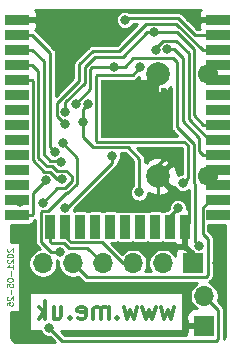
<source format=gbr>
%TF.GenerationSoftware,KiCad,Pcbnew,(5.1.9-0-10_14)*%
%TF.CreationDate,2021-05-27T14:30:28+01:00*%
%TF.ProjectId,Battery,42617474-6572-4792-9e6b-696361645f70,4*%
%TF.SameCoordinates,Original*%
%TF.FileFunction,Copper,L2,Bot*%
%TF.FilePolarity,Positive*%
%FSLAX46Y46*%
G04 Gerber Fmt 4.6, Leading zero omitted, Abs format (unit mm)*
G04 Created by KiCad (PCBNEW (5.1.9-0-10_14)) date 2021-05-27 14:30:28*
%MOMM*%
%LPD*%
G01*
G04 APERTURE LIST*
%TA.AperFunction,NonConductor*%
%ADD10C,0.080000*%
%TD*%
%TA.AperFunction,NonConductor*%
%ADD11C,0.300000*%
%TD*%
%TA.AperFunction,SMDPad,CuDef*%
%ADD12R,2.000000X0.900000*%
%TD*%
%TA.AperFunction,SMDPad,CuDef*%
%ADD13R,0.900000X2.000000*%
%TD*%
%TA.AperFunction,SMDPad,CuDef*%
%ADD14R,5.000000X5.000000*%
%TD*%
%TA.AperFunction,ComponentPad*%
%ADD15O,1.700000X1.700000*%
%TD*%
%TA.AperFunction,ComponentPad*%
%ADD16R,1.700000X1.700000*%
%TD*%
%TA.AperFunction,ComponentPad*%
%ADD17C,0.350000*%
%TD*%
%TA.AperFunction,ComponentPad*%
%ADD18C,1.700000*%
%TD*%
%TA.AperFunction,ComponentPad*%
%ADD19C,2.000000*%
%TD*%
%TA.AperFunction,ComponentPad*%
%ADD20C,0.600000*%
%TD*%
%TA.AperFunction,ViaPad*%
%ADD21C,0.800000*%
%TD*%
%TA.AperFunction,Conductor*%
%ADD22C,0.250000*%
%TD*%
%TA.AperFunction,Conductor*%
%ADD23C,0.500000*%
%TD*%
%TA.AperFunction,Conductor*%
%ADD24C,0.254000*%
%TD*%
%TA.AperFunction,Conductor*%
%ADD25C,0.100000*%
%TD*%
G04 APERTURE END LIST*
D10*
X117375809Y-119237428D02*
X117352000Y-119261238D01*
X117328190Y-119308857D01*
X117328190Y-119427904D01*
X117352000Y-119475523D01*
X117375809Y-119499333D01*
X117423428Y-119523142D01*
X117471047Y-119523142D01*
X117542476Y-119499333D01*
X117828190Y-119213619D01*
X117828190Y-119523142D01*
X117328190Y-119832666D02*
X117328190Y-119880285D01*
X117352000Y-119927904D01*
X117375809Y-119951714D01*
X117423428Y-119975523D01*
X117518666Y-119999333D01*
X117637714Y-119999333D01*
X117732952Y-119975523D01*
X117780571Y-119951714D01*
X117804380Y-119927904D01*
X117828190Y-119880285D01*
X117828190Y-119832666D01*
X117804380Y-119785047D01*
X117780571Y-119761238D01*
X117732952Y-119737428D01*
X117637714Y-119713619D01*
X117518666Y-119713619D01*
X117423428Y-119737428D01*
X117375809Y-119761238D01*
X117352000Y-119785047D01*
X117328190Y-119832666D01*
X117375809Y-120189809D02*
X117352000Y-120213619D01*
X117328190Y-120261238D01*
X117328190Y-120380285D01*
X117352000Y-120427904D01*
X117375809Y-120451714D01*
X117423428Y-120475523D01*
X117471047Y-120475523D01*
X117542476Y-120451714D01*
X117828190Y-120166000D01*
X117828190Y-120475523D01*
X117828190Y-120951714D02*
X117828190Y-120666000D01*
X117828190Y-120808857D02*
X117328190Y-120808857D01*
X117399619Y-120761238D01*
X117447238Y-120713619D01*
X117471047Y-120666000D01*
X117637714Y-121166000D02*
X117637714Y-121546952D01*
X117328190Y-121880285D02*
X117328190Y-121927904D01*
X117352000Y-121975523D01*
X117375809Y-121999333D01*
X117423428Y-122023142D01*
X117518666Y-122046952D01*
X117637714Y-122046952D01*
X117732952Y-122023142D01*
X117780571Y-121999333D01*
X117804380Y-121975523D01*
X117828190Y-121927904D01*
X117828190Y-121880285D01*
X117804380Y-121832666D01*
X117780571Y-121808857D01*
X117732952Y-121785047D01*
X117637714Y-121761238D01*
X117518666Y-121761238D01*
X117423428Y-121785047D01*
X117375809Y-121808857D01*
X117352000Y-121832666D01*
X117328190Y-121880285D01*
X117328190Y-122499333D02*
X117328190Y-122261238D01*
X117566285Y-122237428D01*
X117542476Y-122261238D01*
X117518666Y-122308857D01*
X117518666Y-122427904D01*
X117542476Y-122475523D01*
X117566285Y-122499333D01*
X117613904Y-122523142D01*
X117732952Y-122523142D01*
X117780571Y-122499333D01*
X117804380Y-122475523D01*
X117828190Y-122427904D01*
X117828190Y-122308857D01*
X117804380Y-122261238D01*
X117780571Y-122237428D01*
X117637714Y-122737428D02*
X117637714Y-123118380D01*
X117375809Y-123332666D02*
X117352000Y-123356476D01*
X117328190Y-123404095D01*
X117328190Y-123523142D01*
X117352000Y-123570761D01*
X117375809Y-123594571D01*
X117423428Y-123618380D01*
X117471047Y-123618380D01*
X117542476Y-123594571D01*
X117828190Y-123308857D01*
X117828190Y-123618380D01*
X117328190Y-124070761D02*
X117328190Y-123832666D01*
X117566285Y-123808857D01*
X117542476Y-123832666D01*
X117518666Y-123880285D01*
X117518666Y-123999333D01*
X117542476Y-124046952D01*
X117566285Y-124070761D01*
X117613904Y-124094571D01*
X117732952Y-124094571D01*
X117780571Y-124070761D01*
X117804380Y-124046952D01*
X117828190Y-123999333D01*
X117828190Y-123880285D01*
X117804380Y-123832666D01*
X117780571Y-123808857D01*
D11*
X131485714Y-124178571D02*
X131200000Y-125178571D01*
X130914285Y-124464285D01*
X130628571Y-125178571D01*
X130342857Y-124178571D01*
X129914285Y-124178571D02*
X129628571Y-125178571D01*
X129342857Y-124464285D01*
X129057142Y-125178571D01*
X128771428Y-124178571D01*
X128342857Y-124178571D02*
X128057142Y-125178571D01*
X127771428Y-124464285D01*
X127485714Y-125178571D01*
X127200000Y-124178571D01*
X126628571Y-125035714D02*
X126557142Y-125107142D01*
X126628571Y-125178571D01*
X126700000Y-125107142D01*
X126628571Y-125035714D01*
X126628571Y-125178571D01*
X125914285Y-125178571D02*
X125914285Y-124178571D01*
X125914285Y-124321428D02*
X125842857Y-124250000D01*
X125700000Y-124178571D01*
X125485714Y-124178571D01*
X125342857Y-124250000D01*
X125271428Y-124392857D01*
X125271428Y-125178571D01*
X125271428Y-124392857D02*
X125200000Y-124250000D01*
X125057142Y-124178571D01*
X124842857Y-124178571D01*
X124700000Y-124250000D01*
X124628571Y-124392857D01*
X124628571Y-125178571D01*
X123342857Y-125107142D02*
X123485714Y-125178571D01*
X123771428Y-125178571D01*
X123914285Y-125107142D01*
X123985714Y-124964285D01*
X123985714Y-124392857D01*
X123914285Y-124250000D01*
X123771428Y-124178571D01*
X123485714Y-124178571D01*
X123342857Y-124250000D01*
X123271428Y-124392857D01*
X123271428Y-124535714D01*
X123985714Y-124678571D01*
X122628571Y-125035714D02*
X122557142Y-125107142D01*
X122628571Y-125178571D01*
X122700000Y-125107142D01*
X122628571Y-125035714D01*
X122628571Y-125178571D01*
X121271428Y-124178571D02*
X121271428Y-125178571D01*
X121914285Y-124178571D02*
X121914285Y-124964285D01*
X121842857Y-125107142D01*
X121700000Y-125178571D01*
X121485714Y-125178571D01*
X121342857Y-125107142D01*
X121271428Y-125035714D01*
X120557142Y-125178571D02*
X120557142Y-123678571D01*
X120414285Y-124607142D02*
X119985714Y-125178571D01*
X119985714Y-124178571D02*
X120557142Y-124750000D01*
D12*
%TO.P,U1,38*%
%TO.N,GND*%
X118200000Y-99895000D03*
%TO.P,U1,37*%
%TO.N,CHARGER*%
X118200000Y-101165000D03*
%TO.P,U1,36*%
%TO.N,USB*%
X118200000Y-102435000D03*
%TO.P,U1,35*%
%TO.N,O*%
X118200000Y-103705000D03*
%TO.P,U1,34*%
%TO.N,I*%
X118200000Y-104975000D03*
%TO.P,U1,33*%
%TO.N,Net-(U1-Pad33)*%
X118200000Y-106245000D03*
%TO.P,U1,32*%
%TO.N,Net-(U1-Pad32)*%
X118200000Y-107515000D03*
%TO.P,U1,31*%
%TO.N,Net-(U1-Pad31)*%
X118200000Y-108785000D03*
%TO.P,U1,30*%
%TO.N,Net-(U1-Pad30)*%
X118200000Y-110055000D03*
%TO.P,U1,29*%
%TO.N,Net-(U1-Pad29)*%
X118200000Y-111325000D03*
%TO.P,U1,28*%
%TO.N,Net-(U1-Pad28)*%
X118200000Y-112595000D03*
%TO.P,U1,27*%
%TO.N,Net-(U1-Pad27)*%
X118200000Y-113865000D03*
%TO.P,U1,26*%
%TO.N,IO5*%
X118200000Y-115135000D03*
%TO.P,U1,25*%
%TO.N,Net-(Q1-Pad4)*%
X118200000Y-116405000D03*
D13*
%TO.P,U1,24*%
%TO.N,IO3*%
X120985000Y-117405000D03*
%TO.P,U1,23*%
%TO.N,IO2*%
X122255000Y-117405000D03*
%TO.P,U1,22*%
%TO.N,Net-(U1-Pad22)*%
X123525000Y-117405000D03*
%TO.P,U1,21*%
%TO.N,Net-(U1-Pad21)*%
X124795000Y-117405000D03*
%TO.P,U1,20*%
%TO.N,Net-(U1-Pad20)*%
X126065000Y-117405000D03*
%TO.P,U1,19*%
%TO.N,Net-(U1-Pad19)*%
X127335000Y-117405000D03*
%TO.P,U1,18*%
%TO.N,Net-(U1-Pad18)*%
X128605000Y-117405000D03*
%TO.P,U1,17*%
%TO.N,Net-(U1-Pad17)*%
X129875000Y-117405000D03*
%TO.P,U1,16*%
%TO.N,IO1*%
X131145000Y-117405000D03*
%TO.P,U1,15*%
%TO.N,GND*%
X132415000Y-117405000D03*
D12*
%TO.P,U1,14*%
%TO.N,Net-(U1-Pad14)*%
X135200000Y-116405000D03*
%TO.P,U1,13*%
%TO.N,IO4*%
X135200000Y-115135000D03*
%TO.P,U1,12*%
%TO.N,GND*%
X135200000Y-113865000D03*
%TO.P,U1,11*%
X135200000Y-112595000D03*
%TO.P,U1,10*%
%TO.N,Net-(D1-Pad1)*%
X135200000Y-111325000D03*
%TO.P,U1,9*%
%TO.N,ADC*%
X135200000Y-110055000D03*
%TO.P,U1,8*%
%TO.N,ADCON*%
X135200000Y-108785000D03*
%TO.P,U1,7*%
%TO.N,Net-(U1-Pad7)*%
X135200000Y-107515000D03*
%TO.P,U1,6*%
%TO.N,Net-(U1-Pad6)*%
X135200000Y-106245000D03*
%TO.P,U1,5*%
%TO.N,GND*%
X135200000Y-104975000D03*
%TO.P,U1,4*%
X135200000Y-103705000D03*
%TO.P,U1,3*%
%TO.N,Net-(Q1-Pad5)*%
X135200000Y-102435000D03*
%TO.P,U1,2*%
%TO.N,+3V3*%
X135200000Y-101165000D03*
%TO.P,U1,1*%
%TO.N,GND*%
X135200000Y-99895000D03*
D14*
%TO.P,U1,39*%
X127700000Y-107395000D03*
%TD*%
D15*
%TO.P,J3,2*%
%TO.N,DC*%
X134000000Y-123260000D03*
D16*
%TO.P,J3,1*%
%TO.N,GND*%
X134000000Y-125800000D03*
%TD*%
%TO.P,J1,1*%
%TO.N,GND*%
X133045000Y-120500000D03*
D15*
%TO.P,J1,2*%
%TO.N,IO1*%
X130505000Y-120500000D03*
%TO.P,J1,3*%
%TO.N,IO2*%
X127965000Y-120500000D03*
%TO.P,J1,4*%
%TO.N,IO3*%
X125425000Y-120500000D03*
%TO.P,J1,5*%
%TO.N,IO4*%
X122885000Y-120500000D03*
%TO.P,J1,6*%
%TO.N,Net-(J1-Pad6)*%
X120345000Y-120500000D03*
%TD*%
D17*
%TO.P,U2,21*%
%TO.N,GND*%
X125325000Y-114625000D03*
%TD*%
D18*
%TO.P,J2,S1*%
%TO.N,GND*%
X134310000Y-104475000D03*
X134310000Y-113125000D03*
D19*
X130130000Y-104475000D03*
X130130000Y-113125000D03*
D20*
X130610000Y-105910000D03*
X130610000Y-111690000D03*
%TD*%
D21*
%TO.N,D+*%
X128519703Y-114503639D03*
X123771139Y-108495820D03*
X124149989Y-107045328D03*
%TO.N,GND*%
X127600000Y-105700000D03*
X135099978Y-120500000D03*
X132800000Y-99700030D03*
X122300000Y-104750000D03*
X127226387Y-111794989D03*
%TO.N,+3V3*%
X133600000Y-119049998D03*
X127286978Y-99875040D03*
X126377202Y-103844989D03*
X123141455Y-107028561D03*
%TO.N,VBUS*%
X121814548Y-119521922D03*
X122051010Y-110343668D03*
%TO.N,IO5*%
X118401719Y-115322374D03*
%TO.N,IO1*%
X131778655Y-115834669D03*
%TO.N,O*%
X120352293Y-115354983D03*
%TO.N,I*%
X121968383Y-113383477D03*
%TO.N,USB3.3*%
X126200167Y-111426825D03*
X122225010Y-115804988D03*
%TO.N,Net-(D1-Pad1)*%
X130902438Y-102367727D03*
%TO.N,DC*%
X132200000Y-113700000D03*
X120874990Y-125959617D03*
X128611362Y-103901463D03*
%TO.N,Net-(Q1-Pad5)*%
X122226530Y-108689965D03*
%TO.N,Net-(Q1-Pad4)*%
X120625986Y-113454961D03*
%TO.N,ADCON*%
X129789783Y-100942016D03*
X122267753Y-107657454D03*
%TO.N,ADC*%
X129900000Y-102400000D03*
%TO.N,CHARGER*%
X121363164Y-111069540D03*
%TO.N,USB*%
X121866807Y-111933466D03*
%TD*%
D22*
%TO.N,D+*%
X124637044Y-110671419D02*
X123771139Y-109805514D01*
X127535007Y-110671419D02*
X124637044Y-110671419D01*
X128519703Y-114503639D02*
X128519703Y-111656115D01*
X123771139Y-109805514D02*
X123771139Y-108495820D01*
X128519703Y-111656115D02*
X127535007Y-110671419D01*
X123771139Y-108495820D02*
X123771139Y-107424178D01*
X123771139Y-107424178D02*
X124149989Y-107045328D01*
%TO.N,GND*%
X127700000Y-106905000D02*
X130130000Y-104475000D01*
X127700000Y-107395000D02*
X127700000Y-106905000D01*
X134840000Y-112595000D02*
X134310000Y-113125000D01*
X135200000Y-112595000D02*
X134840000Y-112595000D01*
X135050000Y-113865000D02*
X134310000Y-113125000D01*
X135200000Y-113865000D02*
X135050000Y-113865000D01*
X134810000Y-104975000D02*
X134310000Y-104475000D01*
X135200000Y-104975000D02*
X134810000Y-104975000D01*
X135080000Y-103705000D02*
X134310000Y-104475000D01*
X135200000Y-103705000D02*
X135080000Y-103705000D01*
X125325000Y-114625000D02*
X126779999Y-116079999D01*
X130130000Y-112170000D02*
X130610000Y-111690000D01*
X130130000Y-113125000D02*
X130130000Y-112170000D01*
X130130000Y-115070000D02*
X129120001Y-116079999D01*
X130130000Y-113125000D02*
X130130000Y-115070000D01*
X126779999Y-116079999D02*
X129120001Y-116079999D01*
X130130000Y-113125000D02*
X131600000Y-114595000D01*
X131600000Y-114595000D02*
X132595000Y-114595000D01*
X132595000Y-114595000D02*
X132700000Y-114700000D01*
X132700000Y-117120000D02*
X132415000Y-117405000D01*
X132700000Y-114700000D02*
X132700000Y-117120000D01*
X135005030Y-99700030D02*
X135200000Y-99895000D01*
X132800000Y-99700030D02*
X135005030Y-99700030D01*
D23*
X133045000Y-119753000D02*
X133045000Y-120500000D01*
X132415000Y-119123000D02*
X133045000Y-119753000D01*
X132415000Y-117405000D02*
X132415000Y-119123000D01*
X132415000Y-119123000D02*
X127277000Y-119123000D01*
D22*
X132800000Y-99700030D02*
X132250000Y-99150030D01*
X132250000Y-99150030D02*
X121049970Y-99150030D01*
X120305000Y-99895000D02*
X118200000Y-99895000D01*
X121049970Y-99150030D02*
X120305000Y-99895000D01*
D23*
X122300000Y-104750000D02*
X122300000Y-101000000D01*
X121195000Y-99895000D02*
X118200000Y-99895000D01*
X122300000Y-101000000D02*
X121195000Y-99895000D01*
D22*
X127226387Y-112723613D02*
X127226387Y-111794989D01*
X125325000Y-114625000D02*
X127226387Y-112723613D01*
%TO.N,+3V3*%
X131822830Y-99750009D02*
X127412009Y-99750009D01*
X127412009Y-99750009D02*
X127286978Y-99875040D01*
X133237820Y-101165000D02*
X131822830Y-99750009D01*
X135200000Y-101165000D02*
X133237820Y-101165000D01*
X133200001Y-113754003D02*
X133200001Y-118649999D01*
X133134999Y-113689001D02*
X133200001Y-113754003D01*
X133134999Y-110398588D02*
X133134999Y-113689001D01*
X131399999Y-103149999D02*
X131668205Y-103418205D01*
X131668205Y-108931795D02*
X133134999Y-110398588D01*
X127305011Y-103844989D02*
X128000001Y-103149999D01*
X131668205Y-103418205D02*
X131668205Y-108931795D01*
X128000001Y-103149999D02*
X131399999Y-103149999D01*
X133200001Y-118649999D02*
X133600000Y-119049998D01*
X126377202Y-103844989D02*
X127305011Y-103844989D01*
X124555011Y-103844989D02*
X124345406Y-104054594D01*
X124345406Y-105776907D02*
X123141455Y-106980858D01*
X123141455Y-106980858D02*
X123141455Y-107028561D01*
X126377202Y-103844989D02*
X124555011Y-103844989D01*
X124345406Y-104054594D02*
X124345406Y-105776907D01*
%TO.N,VBUS*%
X120209999Y-116144999D02*
X120274999Y-116079999D01*
X121814548Y-119521922D02*
X121066920Y-119521922D01*
X120209999Y-118665001D02*
X120209999Y-116144999D01*
X120274999Y-116079999D02*
X120820001Y-116079999D01*
X122426376Y-114587214D02*
X123263599Y-113749991D01*
X123263599Y-113749991D02*
X123263599Y-111556257D01*
X123263599Y-111556257D02*
X122051010Y-110343668D01*
X121066920Y-119521922D02*
X120209999Y-118665001D01*
X120820001Y-116079999D02*
X122312786Y-114587214D01*
X122312786Y-114587214D02*
X122426376Y-114587214D01*
%TO.N,IO5*%
X118200000Y-115135000D02*
X118214345Y-115135000D01*
X118214345Y-115135000D02*
X118401719Y-115322374D01*
%TO.N,IO4*%
X134325001Y-118430005D02*
X133874999Y-117980003D01*
X133874999Y-115798003D02*
X134538002Y-115135000D01*
X134538002Y-115135000D02*
X135200000Y-115135000D01*
X133874999Y-117980003D02*
X133874999Y-115798003D01*
X124060001Y-121675001D02*
X134155001Y-121675001D01*
X134325001Y-121505001D02*
X134325001Y-118430005D01*
X122885000Y-120500000D02*
X124060001Y-121675001D01*
X134155001Y-121675001D02*
X134325001Y-121505001D01*
%TO.N,IO3*%
X124105012Y-119180012D02*
X122545642Y-119180012D01*
X121126920Y-118796920D02*
X120985000Y-118655000D01*
X122545642Y-119180012D02*
X122162550Y-118796920D01*
X120985000Y-118655000D02*
X120985000Y-117405000D01*
X125425000Y-120500000D02*
X124105012Y-119180012D01*
X122162550Y-118796920D02*
X121126920Y-118796920D01*
%TO.N,IO2*%
X125394003Y-118730001D02*
X122732042Y-118730001D01*
X122732042Y-118730001D02*
X122255000Y-118252959D01*
X127164002Y-120500000D02*
X125394003Y-118730001D01*
X127965000Y-120500000D02*
X127164002Y-120500000D01*
X122255000Y-118252959D02*
X122255000Y-117405000D01*
%TO.N,IO1*%
X131145000Y-116468324D02*
X131145000Y-117405000D01*
X131778655Y-115834669D02*
X131145000Y-116468324D01*
%TO.N,O*%
X119450000Y-103705000D02*
X119979691Y-104234691D01*
X122806977Y-113422660D02*
X122806977Y-113570203D01*
X122806976Y-113143024D02*
X122806976Y-113422659D01*
X122239977Y-114137203D02*
X121570073Y-114137203D01*
X120665599Y-112275012D02*
X121155450Y-112275012D01*
X121538914Y-112658476D02*
X122322428Y-112658476D01*
X122806977Y-113570203D02*
X122239977Y-114137203D01*
X121570073Y-114137203D02*
X120352293Y-115354983D01*
X118200000Y-103705000D02*
X119450000Y-103705000D01*
X121155450Y-112275012D02*
X121538914Y-112658476D01*
X119979691Y-111589104D02*
X120665599Y-112275012D01*
X122322428Y-112658476D02*
X122806976Y-113143024D01*
X119979691Y-104234691D02*
X119979691Y-111589104D01*
%TO.N,I*%
X118200000Y-104975000D02*
X119450000Y-104975000D01*
X119529680Y-111775504D02*
X120484128Y-112729952D01*
X119450000Y-104975000D02*
X119529680Y-105054680D01*
X120932521Y-112729952D02*
X121586046Y-113383477D01*
X119529680Y-105054680D02*
X119529680Y-111775504D01*
X120484128Y-112729952D02*
X120932521Y-112729952D01*
X121586046Y-113383477D02*
X121968383Y-113383477D01*
%TO.N,USB3.3*%
X126200167Y-111992510D02*
X122387689Y-115804988D01*
X126200167Y-111426825D02*
X126200167Y-111992510D01*
X122387689Y-115804988D02*
X122225010Y-115804988D01*
%TO.N,Net-(D1-Pad1)*%
X132181255Y-108434843D02*
X132181255Y-103080859D01*
X133950000Y-111325000D02*
X133600020Y-110975020D01*
X132181255Y-103080859D02*
X131468123Y-102367727D01*
X135200000Y-111325000D02*
X133950000Y-111325000D01*
X133600020Y-110975020D02*
X133600020Y-109853608D01*
X131468123Y-102367727D02*
X130902438Y-102367727D01*
X133600020Y-109853608D02*
X132181255Y-108434843D01*
%TO.N,DC*%
X122015373Y-127100000D02*
X120874990Y-125959617D01*
X134000000Y-123260000D02*
X135175001Y-124435001D01*
X134985002Y-127100000D02*
X122015373Y-127100000D01*
X135175001Y-124435001D02*
X135175001Y-126910001D01*
X135175001Y-126910001D02*
X134985002Y-127100000D01*
X132600000Y-110500000D02*
X132599999Y-113300001D01*
X128611362Y-103901463D02*
X127942826Y-104569999D01*
X124941406Y-110221408D02*
X132321408Y-110221408D01*
X124939999Y-104569999D02*
X124874999Y-104634999D01*
X127942826Y-104569999D02*
X124939999Y-104569999D01*
X124874999Y-110155001D02*
X124941406Y-110221408D01*
X124874999Y-104634999D02*
X124874999Y-110155001D01*
X132321408Y-110221408D02*
X132600000Y-110500000D01*
X132599999Y-113300001D02*
X132200000Y-113700000D01*
%TO.N,Net-(Q1-Pad5)*%
X131653424Y-100217014D02*
X129084855Y-100217014D01*
X129084855Y-100217014D02*
X126801869Y-102500000D01*
X135200000Y-102435000D02*
X133871410Y-102435000D01*
X133871410Y-102435000D02*
X131653424Y-100217014D01*
X126801869Y-102500000D02*
X124600000Y-102500000D01*
X121542751Y-108006186D02*
X122226530Y-108689965D01*
X123445384Y-103654615D02*
X123445384Y-105054618D01*
X123445384Y-105054618D02*
X121542751Y-106957251D01*
X124600000Y-102500000D02*
X123445384Y-103654615D01*
X121542751Y-106957251D02*
X121542751Y-108006186D01*
%TO.N,Net-(Q1-Pad4)*%
X118200000Y-116405000D02*
X119450000Y-116405000D01*
X119525001Y-116329999D02*
X119525001Y-114555946D01*
X119450000Y-116405000D02*
X119525001Y-116329999D01*
X119525001Y-114555946D02*
X120625986Y-113454961D01*
%TO.N,ADCON*%
X133950000Y-108785000D02*
X133134999Y-107969999D01*
X135200000Y-108785000D02*
X133950000Y-108785000D01*
X133134999Y-102371409D02*
X131705606Y-100942016D01*
X133134999Y-107969999D02*
X133134999Y-102371409D01*
X131705606Y-100942016D02*
X129789783Y-100942016D01*
X122267753Y-106868660D02*
X122267753Y-107657454D01*
X129789783Y-100942016D02*
X129207984Y-100942016D01*
X129207984Y-100942016D02*
X127156795Y-102993205D01*
X123895395Y-105241018D02*
X122267753Y-106868660D01*
X123895395Y-103841015D02*
X123895395Y-105241018D01*
X124743205Y-102993205D02*
X123895395Y-103841015D01*
X127156795Y-102993205D02*
X124743205Y-102993205D01*
%TO.N,ADC*%
X135200000Y-110055000D02*
X134437824Y-110055000D01*
X134437824Y-110055000D02*
X132684988Y-108302164D01*
X132684988Y-108302164D02*
X132684988Y-102734988D01*
X132684988Y-102734988D02*
X131592725Y-101642725D01*
X129900000Y-102285450D02*
X130542725Y-101642725D01*
X129900000Y-102400000D02*
X129900000Y-102285450D01*
X131592725Y-101642725D02*
X130542725Y-101642725D01*
%TO.N,CHARGER*%
X120976367Y-110682743D02*
X121363164Y-111069540D01*
X119450000Y-101165000D02*
X120976367Y-102691367D01*
X120976367Y-102691367D02*
X120976367Y-110682743D01*
X118200000Y-101165000D02*
X119450000Y-101165000D01*
%TO.N,USB*%
X120429702Y-103414702D02*
X120429702Y-111287291D01*
X119450000Y-102435000D02*
X120429702Y-103414702D01*
X118200000Y-102435000D02*
X119450000Y-102435000D01*
X120953333Y-111810922D02*
X121744263Y-111810922D01*
X121744263Y-111810922D02*
X121866807Y-111933466D01*
X120429702Y-111287291D02*
X120953333Y-111810922D01*
%TD*%
D24*
%TO.N,GND*%
X119707999Y-118640358D02*
X119705572Y-118665001D01*
X119707999Y-118689644D01*
X119707999Y-118689653D01*
X119715263Y-118763409D01*
X119743968Y-118858036D01*
X119790582Y-118945246D01*
X119853315Y-119021685D01*
X119872466Y-119037402D01*
X120127324Y-119292260D01*
X119987097Y-119320153D01*
X119763798Y-119412647D01*
X119562833Y-119546927D01*
X119391927Y-119717833D01*
X119257647Y-119918798D01*
X119165153Y-120142097D01*
X119118000Y-120379151D01*
X119118000Y-120620849D01*
X119165153Y-120857903D01*
X119257647Y-121081202D01*
X119391927Y-121282167D01*
X119562833Y-121453073D01*
X119763798Y-121587353D01*
X119987097Y-121679847D01*
X120224151Y-121727000D01*
X120465849Y-121727000D01*
X120702903Y-121679847D01*
X120926202Y-121587353D01*
X121127167Y-121453073D01*
X121298073Y-121282167D01*
X121432353Y-121081202D01*
X121524847Y-120857903D01*
X121572000Y-120620849D01*
X121572000Y-120379151D01*
X121546708Y-120251999D01*
X121587905Y-120269063D01*
X121676397Y-120286665D01*
X121658000Y-120379151D01*
X121658000Y-120620849D01*
X121705153Y-120857903D01*
X121797647Y-121081202D01*
X121931927Y-121282167D01*
X122102833Y-121453073D01*
X122303798Y-121587353D01*
X122527097Y-121679847D01*
X122764151Y-121727000D01*
X123005849Y-121727000D01*
X123242903Y-121679847D01*
X123322105Y-121647040D01*
X123687604Y-122012539D01*
X123703317Y-122031685D01*
X123779756Y-122094418D01*
X123866965Y-122141032D01*
X123961592Y-122169737D01*
X124035348Y-122177001D01*
X124035357Y-122177001D01*
X124060000Y-122179428D01*
X124084643Y-122177001D01*
X133412282Y-122177001D01*
X133217833Y-122306927D01*
X133046927Y-122477833D01*
X132912647Y-122678798D01*
X132820153Y-122902097D01*
X132773000Y-123139151D01*
X132773000Y-123380849D01*
X132820153Y-123617903D01*
X132912647Y-123841202D01*
X133046927Y-124042167D01*
X133217833Y-124213073D01*
X133367553Y-124313112D01*
X133150000Y-124311928D01*
X133025518Y-124324188D01*
X132905820Y-124360498D01*
X132795506Y-124419463D01*
X132698815Y-124498815D01*
X132619463Y-124595506D01*
X132560498Y-124705820D01*
X132524188Y-124825518D01*
X132511928Y-124950000D01*
X132515000Y-125514250D01*
X132673750Y-125673000D01*
X133873000Y-125673000D01*
X133873000Y-125653000D01*
X134127000Y-125653000D01*
X134127000Y-125673000D01*
X134147000Y-125673000D01*
X134147000Y-125927000D01*
X134127000Y-125927000D01*
X134127000Y-125947000D01*
X133873000Y-125947000D01*
X133873000Y-125927000D01*
X132673750Y-125927000D01*
X132515000Y-126085750D01*
X132512211Y-126598000D01*
X122223308Y-126598000D01*
X121897308Y-126272000D01*
X132227000Y-126272000D01*
X132227000Y-122968000D01*
X119173000Y-122968000D01*
X119173000Y-126272000D01*
X120163364Y-126272000D01*
X120186421Y-126327665D01*
X120271454Y-126454926D01*
X120379681Y-126563153D01*
X120506942Y-126648186D01*
X120648347Y-126706758D01*
X120798462Y-126736617D01*
X120942056Y-126736617D01*
X121378438Y-127173000D01*
X118220883Y-127173000D01*
X118089101Y-127160078D01*
X117982430Y-127127873D01*
X117884039Y-127075558D01*
X117797687Y-127005130D01*
X117726657Y-126919270D01*
X117673661Y-126821255D01*
X117640710Y-126714807D01*
X117627000Y-126584371D01*
X117627000Y-124606809D01*
X118429000Y-124606809D01*
X118429000Y-118725190D01*
X117627000Y-118725190D01*
X117627000Y-117233824D01*
X119200000Y-117233824D01*
X119273905Y-117226545D01*
X119344970Y-117204988D01*
X119410463Y-117169981D01*
X119467869Y-117122869D01*
X119514981Y-117065463D01*
X119549988Y-116999970D01*
X119571545Y-116928905D01*
X119575219Y-116891603D01*
X119643036Y-116871031D01*
X119708000Y-116836307D01*
X119707999Y-118640358D01*
%TA.AperFunction,Conductor*%
D25*
G36*
X119707999Y-118640358D02*
G01*
X119705572Y-118665001D01*
X119707999Y-118689644D01*
X119707999Y-118689653D01*
X119715263Y-118763409D01*
X119743968Y-118858036D01*
X119790582Y-118945246D01*
X119853315Y-119021685D01*
X119872466Y-119037402D01*
X120127324Y-119292260D01*
X119987097Y-119320153D01*
X119763798Y-119412647D01*
X119562833Y-119546927D01*
X119391927Y-119717833D01*
X119257647Y-119918798D01*
X119165153Y-120142097D01*
X119118000Y-120379151D01*
X119118000Y-120620849D01*
X119165153Y-120857903D01*
X119257647Y-121081202D01*
X119391927Y-121282167D01*
X119562833Y-121453073D01*
X119763798Y-121587353D01*
X119987097Y-121679847D01*
X120224151Y-121727000D01*
X120465849Y-121727000D01*
X120702903Y-121679847D01*
X120926202Y-121587353D01*
X121127167Y-121453073D01*
X121298073Y-121282167D01*
X121432353Y-121081202D01*
X121524847Y-120857903D01*
X121572000Y-120620849D01*
X121572000Y-120379151D01*
X121546708Y-120251999D01*
X121587905Y-120269063D01*
X121676397Y-120286665D01*
X121658000Y-120379151D01*
X121658000Y-120620849D01*
X121705153Y-120857903D01*
X121797647Y-121081202D01*
X121931927Y-121282167D01*
X122102833Y-121453073D01*
X122303798Y-121587353D01*
X122527097Y-121679847D01*
X122764151Y-121727000D01*
X123005849Y-121727000D01*
X123242903Y-121679847D01*
X123322105Y-121647040D01*
X123687604Y-122012539D01*
X123703317Y-122031685D01*
X123779756Y-122094418D01*
X123866965Y-122141032D01*
X123961592Y-122169737D01*
X124035348Y-122177001D01*
X124035357Y-122177001D01*
X124060000Y-122179428D01*
X124084643Y-122177001D01*
X133412282Y-122177001D01*
X133217833Y-122306927D01*
X133046927Y-122477833D01*
X132912647Y-122678798D01*
X132820153Y-122902097D01*
X132773000Y-123139151D01*
X132773000Y-123380849D01*
X132820153Y-123617903D01*
X132912647Y-123841202D01*
X133046927Y-124042167D01*
X133217833Y-124213073D01*
X133367553Y-124313112D01*
X133150000Y-124311928D01*
X133025518Y-124324188D01*
X132905820Y-124360498D01*
X132795506Y-124419463D01*
X132698815Y-124498815D01*
X132619463Y-124595506D01*
X132560498Y-124705820D01*
X132524188Y-124825518D01*
X132511928Y-124950000D01*
X132515000Y-125514250D01*
X132673750Y-125673000D01*
X133873000Y-125673000D01*
X133873000Y-125653000D01*
X134127000Y-125653000D01*
X134127000Y-125673000D01*
X134147000Y-125673000D01*
X134147000Y-125927000D01*
X134127000Y-125927000D01*
X134127000Y-125947000D01*
X133873000Y-125947000D01*
X133873000Y-125927000D01*
X132673750Y-125927000D01*
X132515000Y-126085750D01*
X132512211Y-126598000D01*
X122223308Y-126598000D01*
X121897308Y-126272000D01*
X132227000Y-126272000D01*
X132227000Y-122968000D01*
X119173000Y-122968000D01*
X119173000Y-126272000D01*
X120163364Y-126272000D01*
X120186421Y-126327665D01*
X120271454Y-126454926D01*
X120379681Y-126563153D01*
X120506942Y-126648186D01*
X120648347Y-126706758D01*
X120798462Y-126736617D01*
X120942056Y-126736617D01*
X121378438Y-127173000D01*
X118220883Y-127173000D01*
X118089101Y-127160078D01*
X117982430Y-127127873D01*
X117884039Y-127075558D01*
X117797687Y-127005130D01*
X117726657Y-126919270D01*
X117673661Y-126821255D01*
X117640710Y-126714807D01*
X117627000Y-126584371D01*
X117627000Y-124606809D01*
X118429000Y-124606809D01*
X118429000Y-118725190D01*
X117627000Y-118725190D01*
X117627000Y-117233824D01*
X119200000Y-117233824D01*
X119273905Y-117226545D01*
X119344970Y-117204988D01*
X119410463Y-117169981D01*
X119467869Y-117122869D01*
X119514981Y-117065463D01*
X119549988Y-116999970D01*
X119571545Y-116928905D01*
X119575219Y-116891603D01*
X119643036Y-116871031D01*
X119708000Y-116836307D01*
X119707999Y-118640358D01*
G37*
%TD.AperFunction*%
D24*
X135773000Y-126579117D02*
X135760078Y-126710899D01*
X135727873Y-126817570D01*
X135679318Y-126908888D01*
X135677001Y-126885359D01*
X135677001Y-124459643D01*
X135679428Y-124435000D01*
X135677001Y-124410357D01*
X135677001Y-124410348D01*
X135669737Y-124336592D01*
X135641032Y-124241965D01*
X135594418Y-124154756D01*
X135531685Y-124078317D01*
X135512539Y-124062604D01*
X135147040Y-123697105D01*
X135179847Y-123617903D01*
X135227000Y-123380849D01*
X135227000Y-123139151D01*
X135179847Y-122902097D01*
X135087353Y-122678798D01*
X134953073Y-122477833D01*
X134782167Y-122306927D01*
X134581202Y-122172647D01*
X134416514Y-122104431D01*
X134435246Y-122094418D01*
X134511685Y-122031685D01*
X134527403Y-122012533D01*
X134662533Y-121877403D01*
X134681685Y-121861685D01*
X134744418Y-121785246D01*
X134791032Y-121698037D01*
X134819737Y-121603410D01*
X134827001Y-121529654D01*
X134827001Y-121529645D01*
X134829428Y-121505002D01*
X134827001Y-121480359D01*
X134827001Y-118454648D01*
X134829428Y-118430005D01*
X134827001Y-118405362D01*
X134827001Y-118405352D01*
X134819737Y-118331596D01*
X134791032Y-118236969D01*
X134744418Y-118149760D01*
X134681685Y-118073321D01*
X134662539Y-118057608D01*
X134376999Y-117772069D01*
X134376999Y-117233824D01*
X135773000Y-117233824D01*
X135773000Y-126579117D01*
%TA.AperFunction,Conductor*%
D25*
G36*
X135773000Y-126579117D02*
G01*
X135760078Y-126710899D01*
X135727873Y-126817570D01*
X135679318Y-126908888D01*
X135677001Y-126885359D01*
X135677001Y-124459643D01*
X135679428Y-124435000D01*
X135677001Y-124410357D01*
X135677001Y-124410348D01*
X135669737Y-124336592D01*
X135641032Y-124241965D01*
X135594418Y-124154756D01*
X135531685Y-124078317D01*
X135512539Y-124062604D01*
X135147040Y-123697105D01*
X135179847Y-123617903D01*
X135227000Y-123380849D01*
X135227000Y-123139151D01*
X135179847Y-122902097D01*
X135087353Y-122678798D01*
X134953073Y-122477833D01*
X134782167Y-122306927D01*
X134581202Y-122172647D01*
X134416514Y-122104431D01*
X134435246Y-122094418D01*
X134511685Y-122031685D01*
X134527403Y-122012533D01*
X134662533Y-121877403D01*
X134681685Y-121861685D01*
X134744418Y-121785246D01*
X134791032Y-121698037D01*
X134819737Y-121603410D01*
X134827001Y-121529654D01*
X134827001Y-121529645D01*
X134829428Y-121505002D01*
X134827001Y-121480359D01*
X134827001Y-118454648D01*
X134829428Y-118430005D01*
X134827001Y-118405362D01*
X134827001Y-118405352D01*
X134819737Y-118331596D01*
X134791032Y-118236969D01*
X134744418Y-118149760D01*
X134681685Y-118073321D01*
X134662539Y-118057608D01*
X134376999Y-117772069D01*
X134376999Y-117233824D01*
X135773000Y-117233824D01*
X135773000Y-126579117D01*
G37*
%TD.AperFunction*%
D24*
X130550030Y-118754988D02*
X130621095Y-118776545D01*
X130695000Y-118783824D01*
X131454430Y-118783824D01*
X131513815Y-118856185D01*
X131610506Y-118935537D01*
X131720820Y-118994502D01*
X131840518Y-119030812D01*
X131965000Y-119043072D01*
X132011109Y-119042210D01*
X131950820Y-119060498D01*
X131840506Y-119119463D01*
X131743815Y-119198815D01*
X131664463Y-119295506D01*
X131605498Y-119405820D01*
X131569188Y-119525518D01*
X131556928Y-119650000D01*
X131558112Y-119867553D01*
X131458073Y-119717833D01*
X131287167Y-119546927D01*
X131086202Y-119412647D01*
X130862903Y-119320153D01*
X130625849Y-119273000D01*
X130384151Y-119273000D01*
X130147097Y-119320153D01*
X129923798Y-119412647D01*
X129722833Y-119546927D01*
X129551927Y-119717833D01*
X129417647Y-119918798D01*
X129325153Y-120142097D01*
X129278000Y-120379151D01*
X129278000Y-120620849D01*
X129325153Y-120857903D01*
X129417647Y-121081202D01*
X129478985Y-121173001D01*
X128991015Y-121173001D01*
X129052353Y-121081202D01*
X129144847Y-120857903D01*
X129192000Y-120620849D01*
X129192000Y-120379151D01*
X129144847Y-120142097D01*
X129052353Y-119918798D01*
X128918073Y-119717833D01*
X128747167Y-119546927D01*
X128546202Y-119412647D01*
X128322903Y-119320153D01*
X128085849Y-119273000D01*
X127844151Y-119273000D01*
X127607097Y-119320153D01*
X127383798Y-119412647D01*
X127182833Y-119546927D01*
X127051849Y-119677911D01*
X126157760Y-118783824D01*
X126515000Y-118783824D01*
X126588905Y-118776545D01*
X126659970Y-118754988D01*
X126700000Y-118733591D01*
X126740030Y-118754988D01*
X126811095Y-118776545D01*
X126885000Y-118783824D01*
X127785000Y-118783824D01*
X127858905Y-118776545D01*
X127929970Y-118754988D01*
X127970000Y-118733591D01*
X128010030Y-118754988D01*
X128081095Y-118776545D01*
X128155000Y-118783824D01*
X129055000Y-118783824D01*
X129128905Y-118776545D01*
X129199970Y-118754988D01*
X129240000Y-118733591D01*
X129280030Y-118754988D01*
X129351095Y-118776545D01*
X129425000Y-118783824D01*
X130325000Y-118783824D01*
X130398905Y-118776545D01*
X130469970Y-118754988D01*
X130510000Y-118733591D01*
X130550030Y-118754988D01*
%TA.AperFunction,Conductor*%
D25*
G36*
X130550030Y-118754988D02*
G01*
X130621095Y-118776545D01*
X130695000Y-118783824D01*
X131454430Y-118783824D01*
X131513815Y-118856185D01*
X131610506Y-118935537D01*
X131720820Y-118994502D01*
X131840518Y-119030812D01*
X131965000Y-119043072D01*
X132011109Y-119042210D01*
X131950820Y-119060498D01*
X131840506Y-119119463D01*
X131743815Y-119198815D01*
X131664463Y-119295506D01*
X131605498Y-119405820D01*
X131569188Y-119525518D01*
X131556928Y-119650000D01*
X131558112Y-119867553D01*
X131458073Y-119717833D01*
X131287167Y-119546927D01*
X131086202Y-119412647D01*
X130862903Y-119320153D01*
X130625849Y-119273000D01*
X130384151Y-119273000D01*
X130147097Y-119320153D01*
X129923798Y-119412647D01*
X129722833Y-119546927D01*
X129551927Y-119717833D01*
X129417647Y-119918798D01*
X129325153Y-120142097D01*
X129278000Y-120379151D01*
X129278000Y-120620849D01*
X129325153Y-120857903D01*
X129417647Y-121081202D01*
X129478985Y-121173001D01*
X128991015Y-121173001D01*
X129052353Y-121081202D01*
X129144847Y-120857903D01*
X129192000Y-120620849D01*
X129192000Y-120379151D01*
X129144847Y-120142097D01*
X129052353Y-119918798D01*
X128918073Y-119717833D01*
X128747167Y-119546927D01*
X128546202Y-119412647D01*
X128322903Y-119320153D01*
X128085849Y-119273000D01*
X127844151Y-119273000D01*
X127607097Y-119320153D01*
X127383798Y-119412647D01*
X127182833Y-119546927D01*
X127051849Y-119677911D01*
X126157760Y-118783824D01*
X126515000Y-118783824D01*
X126588905Y-118776545D01*
X126659970Y-118754988D01*
X126700000Y-118733591D01*
X126740030Y-118754988D01*
X126811095Y-118776545D01*
X126885000Y-118783824D01*
X127785000Y-118783824D01*
X127858905Y-118776545D01*
X127929970Y-118754988D01*
X127970000Y-118733591D01*
X128010030Y-118754988D01*
X128081095Y-118776545D01*
X128155000Y-118783824D01*
X129055000Y-118783824D01*
X129128905Y-118776545D01*
X129199970Y-118754988D01*
X129240000Y-118733591D01*
X129280030Y-118754988D01*
X129351095Y-118776545D01*
X129425000Y-118783824D01*
X130325000Y-118783824D01*
X130398905Y-118776545D01*
X130469970Y-118754988D01*
X130510000Y-118733591D01*
X130550030Y-118754988D01*
G37*
%TD.AperFunction*%
D24*
X133172000Y-120373000D02*
X133192000Y-120373000D01*
X133192000Y-120627000D01*
X133172000Y-120627000D01*
X133172000Y-120647000D01*
X132918000Y-120647000D01*
X132918000Y-120627000D01*
X132898000Y-120627000D01*
X132898000Y-120373000D01*
X132918000Y-120373000D01*
X132918000Y-120353000D01*
X133172000Y-120353000D01*
X133172000Y-120373000D01*
%TA.AperFunction,Conductor*%
D25*
G36*
X133172000Y-120373000D02*
G01*
X133192000Y-120373000D01*
X133192000Y-120627000D01*
X133172000Y-120627000D01*
X133172000Y-120647000D01*
X132918000Y-120647000D01*
X132918000Y-120627000D01*
X132898000Y-120627000D01*
X132898000Y-120373000D01*
X132918000Y-120373000D01*
X132918000Y-120353000D01*
X133172000Y-120353000D01*
X133172000Y-120373000D01*
G37*
%TD.AperFunction*%
D24*
X132542000Y-117278000D02*
X132562000Y-117278000D01*
X132562000Y-117532000D01*
X132542000Y-117532000D01*
X132542000Y-117552000D01*
X132288000Y-117552000D01*
X132288000Y-117532000D01*
X132268000Y-117532000D01*
X132268000Y-117278000D01*
X132288000Y-117278000D01*
X132288000Y-117258000D01*
X132542000Y-117258000D01*
X132542000Y-117278000D01*
%TA.AperFunction,Conductor*%
D25*
G36*
X132542000Y-117278000D02*
G01*
X132562000Y-117278000D01*
X132562000Y-117532000D01*
X132542000Y-117532000D01*
X132542000Y-117552000D01*
X132288000Y-117552000D01*
X132288000Y-117532000D01*
X132268000Y-117532000D01*
X132268000Y-117278000D01*
X132288000Y-117278000D01*
X132288000Y-117258000D01*
X132542000Y-117258000D01*
X132542000Y-117278000D01*
G37*
%TD.AperFunction*%
D24*
X132097999Y-112928067D02*
X131973357Y-112952859D01*
X131831952Y-113011431D01*
X131770370Y-113052578D01*
X131727961Y-112743325D01*
X131622795Y-112438912D01*
X131529814Y-112264956D01*
X131265413Y-112169192D01*
X130309605Y-113125000D01*
X131265413Y-114080808D01*
X131483933Y-114001662D01*
X131511431Y-114068048D01*
X131596464Y-114195309D01*
X131704691Y-114303536D01*
X131831952Y-114388569D01*
X131973357Y-114447141D01*
X132123472Y-114477000D01*
X132276528Y-114477000D01*
X132426643Y-114447141D01*
X132568048Y-114388569D01*
X132695309Y-114303536D01*
X132698001Y-114300844D01*
X132698001Y-115772749D01*
X132554687Y-115916063D01*
X132555655Y-115911197D01*
X132555655Y-115758141D01*
X132525796Y-115608026D01*
X132467224Y-115466621D01*
X132382191Y-115339360D01*
X132273964Y-115231133D01*
X132146703Y-115146100D01*
X132005298Y-115087528D01*
X131855183Y-115057669D01*
X131702127Y-115057669D01*
X131552012Y-115087528D01*
X131410607Y-115146100D01*
X131283346Y-115231133D01*
X131175119Y-115339360D01*
X131090086Y-115466621D01*
X131031514Y-115608026D01*
X131001655Y-115758141D01*
X131001655Y-115901735D01*
X130877214Y-116026176D01*
X130695000Y-116026176D01*
X130621095Y-116033455D01*
X130550030Y-116055012D01*
X130510000Y-116076409D01*
X130469970Y-116055012D01*
X130398905Y-116033455D01*
X130325000Y-116026176D01*
X129425000Y-116026176D01*
X129351095Y-116033455D01*
X129280030Y-116055012D01*
X129240000Y-116076409D01*
X129199970Y-116055012D01*
X129128905Y-116033455D01*
X129055000Y-116026176D01*
X128155000Y-116026176D01*
X128081095Y-116033455D01*
X128010030Y-116055012D01*
X127970000Y-116076409D01*
X127929970Y-116055012D01*
X127858905Y-116033455D01*
X127785000Y-116026176D01*
X126885000Y-116026176D01*
X126811095Y-116033455D01*
X126740030Y-116055012D01*
X126700000Y-116076409D01*
X126659970Y-116055012D01*
X126588905Y-116033455D01*
X126515000Y-116026176D01*
X125615000Y-116026176D01*
X125541095Y-116033455D01*
X125470030Y-116055012D01*
X125430000Y-116076409D01*
X125389970Y-116055012D01*
X125318905Y-116033455D01*
X125245000Y-116026176D01*
X124345000Y-116026176D01*
X124271095Y-116033455D01*
X124200030Y-116055012D01*
X124160000Y-116076409D01*
X124119970Y-116055012D01*
X124048905Y-116033455D01*
X123975000Y-116026176D01*
X123075000Y-116026176D01*
X123001095Y-116033455D01*
X122967128Y-116043759D01*
X122972151Y-116031631D01*
X122997271Y-115905340D01*
X126537705Y-112364907D01*
X126556851Y-112349194D01*
X126584628Y-112315349D01*
X126616139Y-112276953D01*
X126619584Y-112272755D01*
X126666198Y-112185546D01*
X126694903Y-112090919D01*
X126701456Y-112024381D01*
X126803703Y-111922134D01*
X126888736Y-111794873D01*
X126947308Y-111653468D01*
X126977167Y-111503353D01*
X126977167Y-111350297D01*
X126947308Y-111200182D01*
X126936222Y-111173419D01*
X127327073Y-111173419D01*
X128017704Y-111864051D01*
X128017703Y-113906794D01*
X127916167Y-114008330D01*
X127831134Y-114135591D01*
X127772562Y-114276996D01*
X127742703Y-114427111D01*
X127742703Y-114580167D01*
X127772562Y-114730282D01*
X127831134Y-114871687D01*
X127916167Y-114998948D01*
X128024394Y-115107175D01*
X128151655Y-115192208D01*
X128293060Y-115250780D01*
X128443175Y-115280639D01*
X128596231Y-115280639D01*
X128746346Y-115250780D01*
X128887751Y-115192208D01*
X129015012Y-115107175D01*
X129123239Y-114998948D01*
X129208272Y-114871687D01*
X129266844Y-114730282D01*
X129296703Y-114580167D01*
X129296703Y-114537826D01*
X129559571Y-114665704D01*
X129871108Y-114747384D01*
X130192595Y-114766718D01*
X130511675Y-114722961D01*
X130816088Y-114617795D01*
X130990044Y-114524814D01*
X131085808Y-114260413D01*
X130130000Y-113304605D01*
X130115858Y-113318748D01*
X129936253Y-113139143D01*
X129950395Y-113125000D01*
X129936253Y-113110858D01*
X130115858Y-112931253D01*
X130130000Y-112945395D01*
X131085808Y-111989587D01*
X130990044Y-111725186D01*
X130700429Y-111584296D01*
X130388892Y-111502616D01*
X130067405Y-111483282D01*
X129748325Y-111527039D01*
X129443912Y-111632205D01*
X129269956Y-111725186D01*
X129174193Y-111989585D01*
X129058525Y-111873917D01*
X129021703Y-111910739D01*
X129021703Y-111680757D01*
X129024130Y-111656114D01*
X129021703Y-111631471D01*
X129021703Y-111631462D01*
X129014439Y-111557706D01*
X128985734Y-111463079D01*
X128939120Y-111375870D01*
X128902873Y-111331704D01*
X128892102Y-111318579D01*
X128892100Y-111318577D01*
X128876387Y-111299431D01*
X128857241Y-111283718D01*
X128296930Y-110723408D01*
X132098001Y-110723408D01*
X132097999Y-112928067D01*
%TA.AperFunction,Conductor*%
D25*
G36*
X132097999Y-112928067D02*
G01*
X131973357Y-112952859D01*
X131831952Y-113011431D01*
X131770370Y-113052578D01*
X131727961Y-112743325D01*
X131622795Y-112438912D01*
X131529814Y-112264956D01*
X131265413Y-112169192D01*
X130309605Y-113125000D01*
X131265413Y-114080808D01*
X131483933Y-114001662D01*
X131511431Y-114068048D01*
X131596464Y-114195309D01*
X131704691Y-114303536D01*
X131831952Y-114388569D01*
X131973357Y-114447141D01*
X132123472Y-114477000D01*
X132276528Y-114477000D01*
X132426643Y-114447141D01*
X132568048Y-114388569D01*
X132695309Y-114303536D01*
X132698001Y-114300844D01*
X132698001Y-115772749D01*
X132554687Y-115916063D01*
X132555655Y-115911197D01*
X132555655Y-115758141D01*
X132525796Y-115608026D01*
X132467224Y-115466621D01*
X132382191Y-115339360D01*
X132273964Y-115231133D01*
X132146703Y-115146100D01*
X132005298Y-115087528D01*
X131855183Y-115057669D01*
X131702127Y-115057669D01*
X131552012Y-115087528D01*
X131410607Y-115146100D01*
X131283346Y-115231133D01*
X131175119Y-115339360D01*
X131090086Y-115466621D01*
X131031514Y-115608026D01*
X131001655Y-115758141D01*
X131001655Y-115901735D01*
X130877214Y-116026176D01*
X130695000Y-116026176D01*
X130621095Y-116033455D01*
X130550030Y-116055012D01*
X130510000Y-116076409D01*
X130469970Y-116055012D01*
X130398905Y-116033455D01*
X130325000Y-116026176D01*
X129425000Y-116026176D01*
X129351095Y-116033455D01*
X129280030Y-116055012D01*
X129240000Y-116076409D01*
X129199970Y-116055012D01*
X129128905Y-116033455D01*
X129055000Y-116026176D01*
X128155000Y-116026176D01*
X128081095Y-116033455D01*
X128010030Y-116055012D01*
X127970000Y-116076409D01*
X127929970Y-116055012D01*
X127858905Y-116033455D01*
X127785000Y-116026176D01*
X126885000Y-116026176D01*
X126811095Y-116033455D01*
X126740030Y-116055012D01*
X126700000Y-116076409D01*
X126659970Y-116055012D01*
X126588905Y-116033455D01*
X126515000Y-116026176D01*
X125615000Y-116026176D01*
X125541095Y-116033455D01*
X125470030Y-116055012D01*
X125430000Y-116076409D01*
X125389970Y-116055012D01*
X125318905Y-116033455D01*
X125245000Y-116026176D01*
X124345000Y-116026176D01*
X124271095Y-116033455D01*
X124200030Y-116055012D01*
X124160000Y-116076409D01*
X124119970Y-116055012D01*
X124048905Y-116033455D01*
X123975000Y-116026176D01*
X123075000Y-116026176D01*
X123001095Y-116033455D01*
X122967128Y-116043759D01*
X122972151Y-116031631D01*
X122997271Y-115905340D01*
X126537705Y-112364907D01*
X126556851Y-112349194D01*
X126584628Y-112315349D01*
X126616139Y-112276953D01*
X126619584Y-112272755D01*
X126666198Y-112185546D01*
X126694903Y-112090919D01*
X126701456Y-112024381D01*
X126803703Y-111922134D01*
X126888736Y-111794873D01*
X126947308Y-111653468D01*
X126977167Y-111503353D01*
X126977167Y-111350297D01*
X126947308Y-111200182D01*
X126936222Y-111173419D01*
X127327073Y-111173419D01*
X128017704Y-111864051D01*
X128017703Y-113906794D01*
X127916167Y-114008330D01*
X127831134Y-114135591D01*
X127772562Y-114276996D01*
X127742703Y-114427111D01*
X127742703Y-114580167D01*
X127772562Y-114730282D01*
X127831134Y-114871687D01*
X127916167Y-114998948D01*
X128024394Y-115107175D01*
X128151655Y-115192208D01*
X128293060Y-115250780D01*
X128443175Y-115280639D01*
X128596231Y-115280639D01*
X128746346Y-115250780D01*
X128887751Y-115192208D01*
X129015012Y-115107175D01*
X129123239Y-114998948D01*
X129208272Y-114871687D01*
X129266844Y-114730282D01*
X129296703Y-114580167D01*
X129296703Y-114537826D01*
X129559571Y-114665704D01*
X129871108Y-114747384D01*
X130192595Y-114766718D01*
X130511675Y-114722961D01*
X130816088Y-114617795D01*
X130990044Y-114524814D01*
X131085808Y-114260413D01*
X130130000Y-113304605D01*
X130115858Y-113318748D01*
X129936253Y-113139143D01*
X129950395Y-113125000D01*
X129936253Y-113110858D01*
X130115858Y-112931253D01*
X130130000Y-112945395D01*
X131085808Y-111989587D01*
X130990044Y-111725186D01*
X130700429Y-111584296D01*
X130388892Y-111502616D01*
X130067405Y-111483282D01*
X129748325Y-111527039D01*
X129443912Y-111632205D01*
X129269956Y-111725186D01*
X129174193Y-111989585D01*
X129058525Y-111873917D01*
X129021703Y-111910739D01*
X129021703Y-111680757D01*
X129024130Y-111656114D01*
X129021703Y-111631471D01*
X129021703Y-111631462D01*
X129014439Y-111557706D01*
X128985734Y-111463079D01*
X128939120Y-111375870D01*
X128902873Y-111331704D01*
X128892102Y-111318579D01*
X128892100Y-111318577D01*
X128876387Y-111299431D01*
X128857241Y-111283718D01*
X128296930Y-110723408D01*
X132098001Y-110723408D01*
X132097999Y-112928067D01*
G37*
%TD.AperFunction*%
D24*
X130323748Y-104460858D02*
X130309605Y-104475000D01*
X130323748Y-104489143D01*
X130144143Y-104668748D01*
X130130000Y-104654605D01*
X129174192Y-105610413D01*
X129269956Y-105874814D01*
X129559571Y-106015704D01*
X129871108Y-106097384D01*
X130192595Y-106116718D01*
X130511675Y-106072961D01*
X130816088Y-105967795D01*
X130990044Y-105874814D01*
X131085807Y-105610415D01*
X131166205Y-105690813D01*
X131166206Y-108907142D01*
X131163778Y-108931795D01*
X131173470Y-109030204D01*
X131202175Y-109124831D01*
X131248789Y-109212040D01*
X131295806Y-109269330D01*
X131295809Y-109269333D01*
X131311522Y-109288479D01*
X131330668Y-109304192D01*
X131745884Y-109719408D01*
X125376999Y-109719408D01*
X125376999Y-105071999D01*
X127918183Y-105071999D01*
X127942826Y-105074426D01*
X127967469Y-105071999D01*
X127967479Y-105071999D01*
X128041235Y-105064735D01*
X128135862Y-105036030D01*
X128223071Y-104989416D01*
X128299510Y-104926683D01*
X128315227Y-104907532D01*
X128512025Y-104710734D01*
X128532039Y-104856675D01*
X128637205Y-105161088D01*
X128730186Y-105335044D01*
X128994587Y-105430808D01*
X129950395Y-104475000D01*
X129936253Y-104460858D01*
X130115858Y-104281253D01*
X130130000Y-104295395D01*
X130144143Y-104281253D01*
X130323748Y-104460858D01*
%TA.AperFunction,Conductor*%
D25*
G36*
X130323748Y-104460858D02*
G01*
X130309605Y-104475000D01*
X130323748Y-104489143D01*
X130144143Y-104668748D01*
X130130000Y-104654605D01*
X129174192Y-105610413D01*
X129269956Y-105874814D01*
X129559571Y-106015704D01*
X129871108Y-106097384D01*
X130192595Y-106116718D01*
X130511675Y-106072961D01*
X130816088Y-105967795D01*
X130990044Y-105874814D01*
X131085807Y-105610415D01*
X131166205Y-105690813D01*
X131166206Y-108907142D01*
X131163778Y-108931795D01*
X131173470Y-109030204D01*
X131202175Y-109124831D01*
X131248789Y-109212040D01*
X131295806Y-109269330D01*
X131295809Y-109269333D01*
X131311522Y-109288479D01*
X131330668Y-109304192D01*
X131745884Y-109719408D01*
X125376999Y-109719408D01*
X125376999Y-105071999D01*
X127918183Y-105071999D01*
X127942826Y-105074426D01*
X127967469Y-105071999D01*
X127967479Y-105071999D01*
X128041235Y-105064735D01*
X128135862Y-105036030D01*
X128223071Y-104989416D01*
X128299510Y-104926683D01*
X128315227Y-104907532D01*
X128512025Y-104710734D01*
X128532039Y-104856675D01*
X128637205Y-105161088D01*
X128730186Y-105335044D01*
X128994587Y-105430808D01*
X129950395Y-104475000D01*
X129936253Y-104460858D01*
X130115858Y-104281253D01*
X130130000Y-104295395D01*
X130144143Y-104281253D01*
X130323748Y-104460858D01*
G37*
%TD.AperFunction*%
D24*
X133669463Y-99090506D02*
X133610498Y-99200820D01*
X133574188Y-99320518D01*
X133561928Y-99445000D01*
X133565000Y-99609250D01*
X133723750Y-99768000D01*
X135073000Y-99768000D01*
X135073000Y-99748000D01*
X135327000Y-99748000D01*
X135327000Y-99768000D01*
X135347000Y-99768000D01*
X135347000Y-100022000D01*
X135327000Y-100022000D01*
X135327000Y-100042000D01*
X135073000Y-100042000D01*
X135073000Y-100022000D01*
X133723750Y-100022000D01*
X133565000Y-100180750D01*
X133561928Y-100345000D01*
X133574188Y-100469482D01*
X133610498Y-100589180D01*
X133649956Y-100663000D01*
X133445755Y-100663000D01*
X132195232Y-99412477D01*
X132179514Y-99393325D01*
X132103075Y-99330592D01*
X132015866Y-99283978D01*
X131921239Y-99255273D01*
X131847483Y-99248009D01*
X131847473Y-99248009D01*
X131822830Y-99245582D01*
X131798187Y-99248009D01*
X127747124Y-99248009D01*
X127655026Y-99186471D01*
X127513621Y-99127899D01*
X127363506Y-99098040D01*
X127210450Y-99098040D01*
X127060335Y-99127899D01*
X126918930Y-99186471D01*
X126791669Y-99271504D01*
X126683442Y-99379731D01*
X126598409Y-99506992D01*
X126539837Y-99648397D01*
X126509978Y-99798512D01*
X126509978Y-99951568D01*
X126539837Y-100101683D01*
X126598409Y-100243088D01*
X126683442Y-100370349D01*
X126791669Y-100478576D01*
X126918930Y-100563609D01*
X127060335Y-100622181D01*
X127210450Y-100652040D01*
X127363506Y-100652040D01*
X127513621Y-100622181D01*
X127655026Y-100563609D01*
X127782287Y-100478576D01*
X127890514Y-100370349D01*
X127969586Y-100252009D01*
X128339924Y-100252009D01*
X126593935Y-101998000D01*
X124624643Y-101998000D01*
X124600000Y-101995573D01*
X124575357Y-101998000D01*
X124575347Y-101998000D01*
X124501591Y-102005264D01*
X124406964Y-102033969D01*
X124366368Y-102055668D01*
X124319754Y-102080583D01*
X124262464Y-102127600D01*
X124262456Y-102127608D01*
X124243316Y-102143316D01*
X124227607Y-102162457D01*
X123107851Y-103282214D01*
X123088700Y-103297931D01*
X123025967Y-103374370D01*
X122979353Y-103461580D01*
X122950648Y-103556207D01*
X122943384Y-103629963D01*
X122943384Y-103629972D01*
X122940957Y-103654615D01*
X122943384Y-103679258D01*
X122943385Y-104846682D01*
X121478367Y-106311701D01*
X121478367Y-102716010D01*
X121480794Y-102691367D01*
X121478367Y-102666724D01*
X121478367Y-102666714D01*
X121471103Y-102592958D01*
X121442398Y-102498331D01*
X121395784Y-102411122D01*
X121380106Y-102392019D01*
X121348766Y-102353831D01*
X121348764Y-102353829D01*
X121333051Y-102334683D01*
X121313905Y-102318970D01*
X119822399Y-100827465D01*
X119806684Y-100808316D01*
X119730245Y-100745583D01*
X119704157Y-100731639D01*
X119730537Y-100699494D01*
X119789502Y-100589180D01*
X119825812Y-100469482D01*
X119838072Y-100345000D01*
X119835000Y-100180750D01*
X119676250Y-100022000D01*
X118327000Y-100022000D01*
X118327000Y-100042000D01*
X118073000Y-100042000D01*
X118073000Y-100022000D01*
X118053000Y-100022000D01*
X118053000Y-99768000D01*
X118073000Y-99768000D01*
X118073000Y-99748000D01*
X118327000Y-99748000D01*
X118327000Y-99768000D01*
X119676250Y-99768000D01*
X119835000Y-99609250D01*
X119838072Y-99445000D01*
X119825812Y-99320518D01*
X119789502Y-99200820D01*
X119730537Y-99090506D01*
X119678419Y-99027000D01*
X133721581Y-99027000D01*
X133669463Y-99090506D01*
%TA.AperFunction,Conductor*%
D25*
G36*
X133669463Y-99090506D02*
G01*
X133610498Y-99200820D01*
X133574188Y-99320518D01*
X133561928Y-99445000D01*
X133565000Y-99609250D01*
X133723750Y-99768000D01*
X135073000Y-99768000D01*
X135073000Y-99748000D01*
X135327000Y-99748000D01*
X135327000Y-99768000D01*
X135347000Y-99768000D01*
X135347000Y-100022000D01*
X135327000Y-100022000D01*
X135327000Y-100042000D01*
X135073000Y-100042000D01*
X135073000Y-100022000D01*
X133723750Y-100022000D01*
X133565000Y-100180750D01*
X133561928Y-100345000D01*
X133574188Y-100469482D01*
X133610498Y-100589180D01*
X133649956Y-100663000D01*
X133445755Y-100663000D01*
X132195232Y-99412477D01*
X132179514Y-99393325D01*
X132103075Y-99330592D01*
X132015866Y-99283978D01*
X131921239Y-99255273D01*
X131847483Y-99248009D01*
X131847473Y-99248009D01*
X131822830Y-99245582D01*
X131798187Y-99248009D01*
X127747124Y-99248009D01*
X127655026Y-99186471D01*
X127513621Y-99127899D01*
X127363506Y-99098040D01*
X127210450Y-99098040D01*
X127060335Y-99127899D01*
X126918930Y-99186471D01*
X126791669Y-99271504D01*
X126683442Y-99379731D01*
X126598409Y-99506992D01*
X126539837Y-99648397D01*
X126509978Y-99798512D01*
X126509978Y-99951568D01*
X126539837Y-100101683D01*
X126598409Y-100243088D01*
X126683442Y-100370349D01*
X126791669Y-100478576D01*
X126918930Y-100563609D01*
X127060335Y-100622181D01*
X127210450Y-100652040D01*
X127363506Y-100652040D01*
X127513621Y-100622181D01*
X127655026Y-100563609D01*
X127782287Y-100478576D01*
X127890514Y-100370349D01*
X127969586Y-100252009D01*
X128339924Y-100252009D01*
X126593935Y-101998000D01*
X124624643Y-101998000D01*
X124600000Y-101995573D01*
X124575357Y-101998000D01*
X124575347Y-101998000D01*
X124501591Y-102005264D01*
X124406964Y-102033969D01*
X124366368Y-102055668D01*
X124319754Y-102080583D01*
X124262464Y-102127600D01*
X124262456Y-102127608D01*
X124243316Y-102143316D01*
X124227607Y-102162457D01*
X123107851Y-103282214D01*
X123088700Y-103297931D01*
X123025967Y-103374370D01*
X122979353Y-103461580D01*
X122950648Y-103556207D01*
X122943384Y-103629963D01*
X122943384Y-103629972D01*
X122940957Y-103654615D01*
X122943384Y-103679258D01*
X122943385Y-104846682D01*
X121478367Y-106311701D01*
X121478367Y-102716010D01*
X121480794Y-102691367D01*
X121478367Y-102666724D01*
X121478367Y-102666714D01*
X121471103Y-102592958D01*
X121442398Y-102498331D01*
X121395784Y-102411122D01*
X121380106Y-102392019D01*
X121348766Y-102353831D01*
X121348764Y-102353829D01*
X121333051Y-102334683D01*
X121313905Y-102318970D01*
X119822399Y-100827465D01*
X119806684Y-100808316D01*
X119730245Y-100745583D01*
X119704157Y-100731639D01*
X119730537Y-100699494D01*
X119789502Y-100589180D01*
X119825812Y-100469482D01*
X119838072Y-100345000D01*
X119835000Y-100180750D01*
X119676250Y-100022000D01*
X118327000Y-100022000D01*
X118327000Y-100042000D01*
X118073000Y-100042000D01*
X118073000Y-100022000D01*
X118053000Y-100022000D01*
X118053000Y-99768000D01*
X118073000Y-99768000D01*
X118073000Y-99748000D01*
X118327000Y-99748000D01*
X118327000Y-99768000D01*
X119676250Y-99768000D01*
X119835000Y-99609250D01*
X119838072Y-99445000D01*
X119825812Y-99320518D01*
X119789502Y-99200820D01*
X119730537Y-99090506D01*
X119678419Y-99027000D01*
X133721581Y-99027000D01*
X133669463Y-99090506D01*
G37*
%TD.AperFunction*%
%TD*%
M02*

</source>
